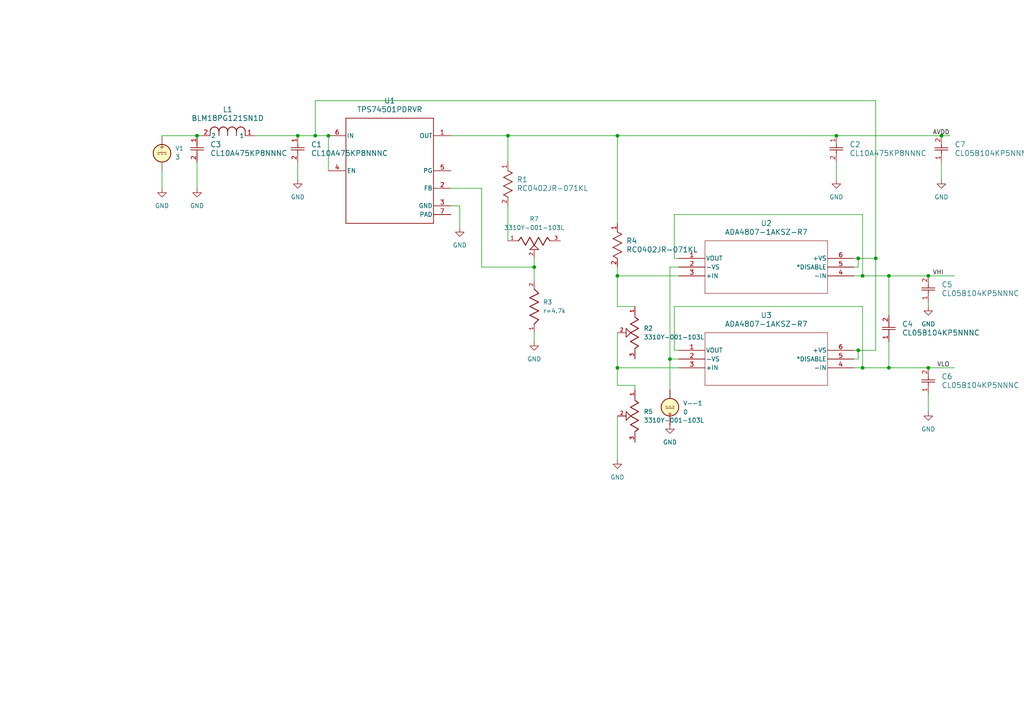
<source format=kicad_sch>
(kicad_sch (version 20231120) (generator "eeschema") (generator_version "8.0")
  (paper "A4")
  (lib_symbols
    (symbol "Cap100nF:CL05B104KP5NNNC" (pin_names (offset 0.254))
      (property "Reference" "C" (at 3.81 3.81 0))
      (property "Value" "CL05B104KP5NNNC" (at 3.81 -3.81 0))
      (symbol "CL05B104KP5NNNC_1_1"
        (polyline (pts (xy 2.54 0) (xy 3.4798 0)) (stroke (width 0.2032)))
        (polyline (pts (xy 3.4798 -1.905) (xy 3.4798 1.905)) (stroke (width 0.2032)))
        (polyline (pts (xy 4.1148 -1.905) (xy 4.1148 1.905)) (stroke (width 0.2032)))
        (polyline (pts (xy 4.1148 0) (xy 5.08 0)) (stroke (width 0.2032)))
        (pin unspecified line (at 0 0 0) (length 2.54) (name "") (number "1"))
        (pin unspecified line (at 7.62 0 180) (length 2.54) (name "") (number "2"))
      )
      (symbol "CL05B104KP5NNNC_1_2"
        (polyline (pts (xy -1.905 -4.1148) (xy 1.905 -4.1148)) (stroke (width 0.2032)))
        (polyline (pts (xy -1.905 -3.4798) (xy 1.905 -3.4798)) (stroke (width 0.2032)))
        (polyline (pts (xy 0 -4.1148) (xy 0 -5.08)) (stroke (width 0.2032)))
        (polyline (pts (xy 0 -2.54) (xy 0 -3.4798)) (stroke (width 0.2032)))
        (pin unspecified line (at 0 0 270) (length 2.54) (name "") (number "1"))
        (pin unspecified line (at 0 -7.62 90) (length 2.54) (name "") (number "2"))
      )
    )
    (symbol "Cap4.7uF:CL10A475KP8NNNC" (pin_names (offset 0.254))
      (property "Reference" "C" (at 3.81 3.81 0))
      (property "Value" "CL10A475KP8NNNC" (at 3.81 -3.81 0))
      (symbol "CL10A475KP8NNNC_1_1"
        (polyline (pts (xy 2.54 0) (xy 3.4798 0)) (stroke (width 0.2032)))
        (polyline (pts (xy 3.4798 -1.905) (xy 3.4798 1.905)) (stroke (width 0.2032)))
        (polyline (pts (xy 4.1148 -1.905) (xy 4.1148 1.905)) (stroke (width 0.2032)))
        (polyline (pts (xy 4.1148 0) (xy 5.08 0)) (stroke (width 0.2032)))
        (pin unspecified line (at 0 0 0) (length 2.54) (name "") (number "1"))
        (pin unspecified line (at 7.62 0 180) (length 2.54) (name "") (number "2"))
      )
      (symbol "CL10A475KP8NNNC_1_2"
        (polyline (pts (xy -1.905 -4.1148) (xy 1.905 -4.1148)) (stroke (width 0.2032)))
        (polyline (pts (xy -1.905 -3.4798) (xy 1.905 -3.4798)) (stroke (width 0.2032)))
        (polyline (pts (xy 0 -4.1148) (xy 0 -5.08)) (stroke (width 0.2032)))
        (polyline (pts (xy 0 -2.54) (xy 0 -3.4798)) (stroke (width 0.2032)))
        (pin unspecified line (at 0 0 270) (length 2.54) (name "") (number "1"))
        (pin unspecified line (at 0 -7.62 90) (length 2.54) (name "") (number "2"))
      )
    )
    (symbol "LDO:TPS74501PDRVR" (pin_names (offset 0.254))
      (property "Reference" "U" (at 0 2.54 0))
      (property "Value" "TPS74501PDRVR" (at 0 0 0))
      (symbol "TPS74501PDRVR_0_1"
        (polyline (pts (xy -12.7 -15.24) (xy 12.7 -15.24)) (stroke (width 0.2032)))
        (polyline (pts (xy -12.7 15.24) (xy -12.7 -15.24)) (stroke (width 0.2032)))
        (polyline (pts (xy 12.7 -15.24) (xy 12.7 15.24)) (stroke (width 0.2032)))
        (polyline (pts (xy 12.7 15.24) (xy -12.7 15.24)) (stroke (width 0.2032)))
        (pin power_in line (at 17.78 10.16 180) (length 5.08) (name "OUT") (number "1"))
        (pin input line (at 17.78 -5.08 180) (length 5.08) (name "FB") (number "2"))
        (pin power_in line (at 17.78 -10.16 180) (length 5.08) (name "GND") (number "3"))
        (pin input line (at -17.78 0 0) (length 5.08) (name "EN") (number "4"))
        (pin open_collector line (at 17.78 0 180) (length 5.08) (name "PG") (number "5"))
        (pin power_in line (at -17.78 10.16 0) (length 5.08) (name "IN") (number "6"))
        (pin power_in line (at 17.78 -12.7 180) (length 5.08) (name "PAD") (number "7"))
      )
    )
    (symbol "Opamp:ADA4807-1AKSZ-R7" (pin_names (offset 0.254))
      (property "Reference" "U" (at 25.4 10.16 0))
      (property "Value" "ADA4807-1AKSZ-R7" (at 25.4 7.62 0))
      (symbol "ADA4807-1AKSZ-R7_0_1"
        (polyline (pts (xy 7.62 -10.16) (xy 43.18 -10.16)) (stroke (width 0.127)))
        (polyline (pts (xy 7.62 5.08) (xy 7.62 -10.16)) (stroke (width 0.127)))
        (polyline (pts (xy 43.18 -10.16) (xy 43.18 5.08)) (stroke (width 0.127)))
        (polyline (pts (xy 43.18 5.08) (xy 7.62 5.08)) (stroke (width 0.127)))
        (pin power_in line (at 0 0 0) (length 7.62) (name "VOUT") (number "1"))
        (pin power_in line (at 0 -2.54 0) (length 7.62) (name "-VS") (number "2"))
        (pin input line (at 0 -5.08 0) (length 7.62) (name "+IN") (number "3"))
        (pin input line (at 50.8 -5.08 180) (length 7.62) (name "-IN") (number "4"))
        (pin unspecified line (at 50.8 -2.54 180) (length 7.62) (name "*DISABLE") (number "5"))
        (pin power_in line (at 50.8 0 180) (length 7.62) (name "+VS") (number "6"))
      )
    )
    (symbol "Resistor1k:RC0402JR-071KL" (pin_names (offset 0.254))
      (property "Reference" "R" (at 5.715 3.81 0))
      (property "Value" "RC0402JR-071KL" (at 6.35 -3.81 0))
      (symbol "RC0402JR-071KL_1_1"
        (polyline (pts (xy 2.54 0) (xy 3.175 1.27)) (stroke (width 0.2032)))
        (polyline (pts (xy 3.175 1.27) (xy 4.445 -1.27)) (stroke (width 0.2032)))
        (polyline (pts (xy 4.445 -1.27) (xy 5.715 1.27)) (stroke (width 0.2032)))
        (polyline (pts (xy 5.715 1.27) (xy 6.985 -1.27)) (stroke (width 0.2032)))
        (polyline (pts (xy 6.985 -1.27) (xy 8.255 1.27)) (stroke (width 0.2032)))
        (polyline (pts (xy 8.255 1.27) (xy 9.525 -1.27)) (stroke (width 0.2032)))
        (polyline (pts (xy 9.525 -1.27) (xy 10.16 0)) (stroke (width 0.2032)))
        (pin unspecified line (at 12.7 0 180) (length 2.54) (name "") (number "1"))
        (pin unspecified line (at 0 0 0) (length 2.54) (name "") (number "2"))
      )
      (symbol "RC0402JR-071KL_1_2"
        (polyline (pts (xy -1.27 3.175) (xy 1.27 4.445)) (stroke (width 0.2032)))
        (polyline (pts (xy -1.27 5.715) (xy 1.27 6.985)) (stroke (width 0.2032)))
        (polyline (pts (xy -1.27 8.255) (xy 1.27 9.525)) (stroke (width 0.2032)))
        (polyline (pts (xy 0 2.54) (xy -1.27 3.175)) (stroke (width 0.2032)))
        (polyline (pts (xy 1.27 4.445) (xy -1.27 5.715)) (stroke (width 0.2032)))
        (polyline (pts (xy 1.27 6.985) (xy -1.27 8.255)) (stroke (width 0.2032)))
        (polyline (pts (xy 1.27 9.525) (xy 0 10.16)) (stroke (width 0.2032)))
        (pin unspecified line (at 0 12.7 270) (length 2.54) (name "") (number "1"))
        (pin unspecified line (at 0 0 90) (length 2.54) (name "") (number "2"))
      )
    )
    (symbol "Simulation_SPICE:VDC" (pin_numbers hide) (pin_names (offset 0.0254))
      (property "Reference" "V" (at 2.54 2.54 0))
      (property "Value" "1" (at 2.54 0 0))
      (symbol "VDC_0_0"
        (polyline (pts (xy -1.27 0.254) (xy 1.27 0.254)))
        (polyline (pts (xy -0.762 -0.254) (xy -1.27 -0.254)))
        (polyline (pts (xy 0.254 -0.254) (xy -0.254 -0.254)))
        (polyline (pts (xy 1.27 -0.254) (xy 0.762 -0.254)))
        (text "+" (at 0 1.905 0) (effects (font (size 1.27 1.27))))
      )
      (symbol "VDC_0_1"
        (circle (center 0 0) (radius 2.54) (stroke (width 0.254)) (fill (type background)))
      )
      (symbol "VDC_1_1"
        (pin passive line (at 0 5.08 270) (length 2.54) (name "~") (number "1"))
        (pin passive line (at 0 -5.08 90) (length 2.54) (name "~") (number "2"))
      )
    )
    (symbol "ferriteBeads120Ohm:BLM18PG121SN1D" (pin_names (offset 0.254))
      (property "Reference" "L" (at 6.985 5.08 0))
      (property "Value" "BLM18PG121SN1D" (at 6.985 -2.54 0))
      (symbol "BLM18PG121SN1D_1_1"
        (polyline (pts (xy 2.54 0) (xy 2.54 1.27)) (stroke (width 0.2032)))
        (polyline (pts (xy 5.08 0) (xy 5.08 1.27)) (stroke (width 0.2032)))
        (polyline (pts (xy 7.62 0) (xy 7.62 1.27)) (stroke (width 0.2032)))
        (polyline (pts (xy 10.16 0) (xy 10.16 1.27)) (stroke (width 0.2032)))
        (polyline (pts (xy 12.7 0) (xy 12.7 1.27)) (stroke (width 0.2032)))
        (arc (start 5.08 1.27) (mid 3.81 2.5344) (end 2.54 1.27) (stroke (width 0.254)))
        (arc (start 7.62 1.27) (mid 6.35 2.5344) (end 5.08 1.27) (stroke (width 0.254)))
        (arc (start 10.16 1.27) (mid 8.89 2.5344) (end 7.62 1.27) (stroke (width 0.254)))
        (arc (start 12.7 1.27) (mid 11.43 2.5344) (end 10.16 1.27) (stroke (width 0.254)))
        (pin unspecified line (at 15.24 0 180) (length 2.54) (name "1") (number "1"))
        (pin unspecified line (at 0 0 0) (length 2.54) (name "2") (number "2"))
      )
      (symbol "BLM18PG121SN1D_1_2"
        (arc (start -1.27 5.08) (mid -2.5344 3.81) (end -1.27 2.54) (stroke (width 0.254)))
        (arc (start -1.27 7.62) (mid -2.5344 6.35) (end -1.27 5.08) (stroke (width 0.254)))
        (arc (start -1.27 10.16) (mid -2.5344 8.89) (end -1.27 7.62) (stroke (width 0.254)))
        (arc (start -1.27 12.7) (mid -2.5344 11.43) (end -1.27 10.16) (stroke (width 0.254)))
        (polyline (pts (xy 0 2.54) (xy -1.27 2.54)) (stroke (width 0.2032)))
        (polyline (pts (xy 0 5.08) (xy -1.27 5.08)) (stroke (width 0.2032)))
        (polyline (pts (xy 0 7.62) (xy -1.27 7.62)) (stroke (width 0.2032)))
        (polyline (pts (xy 0 10.16) (xy -1.27 10.16)) (stroke (width 0.2032)))
        (polyline (pts (xy 0 12.7) (xy -1.27 12.7)) (stroke (width 0.2032)))
        (pin unspecified line (at 0 15.24 270) (length 2.54) (name "1") (number "1"))
        (pin unspecified line (at 0 0 90) (length 2.54) (name "2") (number "2"))
      )
    )
    (symbol "potentiometer:3310Y-001-103L" (pin_names (offset 1.016))
      (property "Reference" "R" (at -5.0895 5.0895 0))
      (property "Value" "3310Y-001-103L" (at -5.0814 2.5407 0))
      (symbol "3310Y-001-103L_0_0"
        (polyline (pts (xy -5.08 0) (xy -4.572 0)) (stroke (width 0.1524)))
        (polyline (pts (xy -4.572 0) (xy -3.81 1.016)) (stroke (width 0.254)))
        (polyline (pts (xy -3.81 1.016) (xy -2.54 -1.27)) (stroke (width 0.254)))
        (polyline (pts (xy -2.54 -1.27) (xy -1.27 1.016)) (stroke (width 0.254)))
        (polyline (pts (xy -1.27 -2.54) (xy 0 -1.27)) (stroke (width 0.2032)))
        (polyline (pts (xy -1.27 1.016) (xy 0 -1.27)) (stroke (width 0.254)))
        (polyline (pts (xy 0 -1.27) (xy 1.27 -2.54)) (stroke (width 0.2032)))
        (polyline (pts (xy 0 -1.27) (xy 1.27 1.016)) (stroke (width 0.254)))
        (polyline (pts (xy 1.27 -2.54) (xy -1.27 -2.54)) (stroke (width 0.2032)))
        (polyline (pts (xy 1.27 1.016) (xy 2.54 -1.27)) (stroke (width 0.254)))
        (polyline (pts (xy 2.54 -1.27) (xy 3.81 1.016)) (stroke (width 0.254)))
        (polyline (pts (xy 3.81 1.016) (xy 4.572 0)) (stroke (width 0.254)))
        (polyline (pts (xy 4.572 0) (xy 5.08 0)) (stroke (width 0.1524)))
        (pin passive line (at -7.62 0 0) (length 2.54) (name "~") (number "1"))
        (pin passive line (at 0 -5.08 90) (length 2.54) (name "~") (number "2"))
        (pin passive line (at 7.62 0 180) (length 2.54) (name "~") (number "3"))
      )
    )
    (symbol "power:GND" (power) (pin_numbers hide) (pin_names (offset 0) hide)
      (property "Value" "GND" (at 0 -3.81 0))
      (symbol "GND_0_1"
        (polyline (pts (xy 0 0) (xy 0 -1.27) (xy 1.27 -1.27) (xy 0 -2.54) (xy -1.27 -1.27) (xy 0 -1.27)))
      )
      (symbol "GND_1_1"
        (pin power_in line (at 0 0 270) (length 0) (name "~") (number "1"))
      )
    )
    (symbol "resistor4.7k:RC0402FR-074K7L" (pin_names (offset 1.016))
      (property "Reference" "R" (at -4.447 2.0075 0))
      (property "Value" "RC0402FR-074K7L" (at -4.4467 -3.5574 0))
      (symbol "RC0402FR-074K7L_0_0"
        (polyline (pts (xy -5.08 0) (xy -3.81 -1.27)) (stroke (width 0.254)))
        (polyline (pts (xy -3.81 -1.27) (xy -2.54 1.27)) (stroke (width 0.254)))
        (polyline (pts (xy -2.54 1.27) (xy -1.27 -1.27)) (stroke (width 0.254)))
        (polyline (pts (xy -1.27 -1.27) (xy 0 1.27)) (stroke (width 0.254)))
        (polyline (pts (xy 0 1.27) (xy 1.27 -1.27)) (stroke (width 0.254)))
        (polyline (pts (xy 1.27 -1.27) (xy 2.54 1.27)) (stroke (width 0.254)))
        (polyline (pts (xy 2.54 1.27) (xy 3.81 -1.27)) (stroke (width 0.254)))
        (polyline (pts (xy 3.81 -1.27) (xy 5.08 0)) (stroke (width 0.254)))
        (pin passive line (at -7.62 0 0) (length 2.54) (name "~") (number "1"))
        (pin passive line (at 7.62 0 180) (length 2.54) (name "~") (number "2"))
      )
    )
  )
  (junction (at 242.57 39.37))
  (junction (at 269.24 106.68))
  (junction (at 257.81 106.68))
  (junction (at 248.92 101.6))
  (junction (at 179.07 80.01))
  (junction (at 91.44 39.37))
  (junction (at 86.36 39.37))
  (junction (at 179.07 39.37))
  (junction (at 250.19 80.01))
  (junction (at 57.15 39.37))
  (junction (at 95.25 39.37))
  (junction (at 269.24 80.01))
  (junction (at 250.19 106.68))
  (junction (at 147.32 39.37))
  (junction (at 273.05 39.37))
  (junction (at 248.92 74.93))
  (junction (at 257.81 80.01))
  (junction (at 154.94 77.47))
  (junction (at 254 74.93))
  (junction (at 194.31 104.14))
  (junction (at 179.07 106.68))
  (wire (pts (xy 147.32 59.69) (xy 147.32 69.85)))
  (wire (pts (xy 194.31 104.14) (xy 196.85 104.14)))
  (wire (pts (xy 248.92 101.6) (xy 248.92 104.14)))
  (wire (pts (xy 179.07 96.52) (xy 179.07 106.68)))
  (wire (pts (xy 250.19 106.68) (xy 257.81 106.68)))
  (wire (pts (xy 247.65 74.93) (xy 248.92 74.93)))
  (wire (pts (xy 154.94 77.47) (xy 139.7 77.47)))
  (wire (pts (xy 179.07 39.37) (xy 242.57 39.37)))
  (wire (pts (xy 257.81 80.01) (xy 269.24 80.01)))
  (wire (pts (xy 179.07 88.9) (xy 184.15 88.9)))
  (wire (pts (xy 147.32 39.37) (xy 179.07 39.37)))
  (wire (pts (xy 250.19 62.23) (xy 195.58 62.23)))
  (wire (pts (xy 130.81 39.37) (xy 147.32 39.37)))
  (wire (pts (xy 248.92 101.6) (xy 254 101.6)))
  (wire (pts (xy 86.36 52.07) (xy 86.36 46.99)))
  (wire (pts (xy 250.19 80.01) (xy 250.19 62.23)))
  (wire (pts (xy 194.31 77.47) (xy 196.85 77.47)))
  (wire (pts (xy 247.65 104.14) (xy 248.92 104.14)))
  (wire (pts (xy 179.07 39.37) (xy 179.07 64.77)))
  (wire (pts (xy 254 29.21) (xy 254 74.93)))
  (wire (pts (xy 273.05 46.99) (xy 273.05 52.07)))
  (wire (pts (xy 269.24 114.3) (xy 269.24 119.38)))
  (wire (pts (xy 250.19 106.68) (xy 250.19 88.9)))
  (wire (pts (xy 154.94 74.93) (xy 154.94 77.47)))
  (wire (pts (xy 254 74.93) (xy 254 101.6)))
  (wire (pts (xy 248.92 74.93) (xy 248.92 77.47)))
  (wire (pts (xy 154.94 96.52) (xy 154.94 99.06)))
  (wire (pts (xy 250.19 80.01) (xy 257.81 80.01)))
  (wire (pts (xy 91.44 29.21) (xy 254 29.21)))
  (wire (pts (xy 248.92 74.93) (xy 254 74.93)))
  (wire (pts (xy 257.81 80.01) (xy 257.81 91.44)))
  (wire (pts (xy 257.81 99.06) (xy 257.81 106.68)))
  (wire (pts (xy 147.32 39.37) (xy 147.32 46.99)))
  (wire (pts (xy 179.07 77.47) (xy 179.07 80.01)))
  (wire (pts (xy 247.65 77.47) (xy 248.92 77.47)))
  (wire (pts (xy 194.31 104.14) (xy 194.31 113.03)))
  (wire (pts (xy 57.15 39.37) (xy 58.42 39.37)))
  (wire (pts (xy 179.07 120.65) (xy 179.07 133.35)))
  (wire (pts (xy 86.36 39.37) (xy 91.44 39.37)))
  (wire (pts (xy 195.58 62.23) (xy 195.58 74.93)))
  (wire (pts (xy 91.44 39.37) (xy 95.25 39.37)))
  (wire (pts (xy 257.81 106.68) (xy 269.24 106.68)))
  (wire (pts (xy 179.07 80.01) (xy 179.07 88.9)))
  (wire (pts (xy 269.24 106.68) (xy 276.86 106.68)))
  (wire (pts (xy 247.65 106.68) (xy 250.19 106.68)))
  (wire (pts (xy 91.44 39.37) (xy 91.44 29.21)))
  (wire (pts (xy 195.58 88.9) (xy 195.58 101.6)))
  (wire (pts (xy 195.58 101.6) (xy 196.85 101.6)))
  (wire (pts (xy 194.31 77.47) (xy 194.31 104.14)))
  (wire (pts (xy 195.58 74.93) (xy 196.85 74.93)))
  (wire (pts (xy 179.07 80.01) (xy 196.85 80.01)))
  (wire (pts (xy 139.7 77.47) (xy 139.7 54.61)))
  (wire (pts (xy 133.35 59.69) (xy 133.35 66.04)))
  (wire (pts (xy 269.24 87.63) (xy 269.24 88.9)))
  (wire (pts (xy 242.57 39.37) (xy 273.05 39.37)))
  (wire (pts (xy 247.65 80.01) (xy 250.19 80.01)))
  (wire (pts (xy 46.99 39.37) (xy 57.15 39.37)))
  (wire (pts (xy 130.81 59.69) (xy 133.35 59.69)))
  (wire (pts (xy 250.19 88.9) (xy 195.58 88.9)))
  (wire (pts (xy 46.99 49.53) (xy 46.99 54.61)))
  (wire (pts (xy 95.25 39.37) (xy 95.25 49.53)))
  (wire (pts (xy 179.07 106.68) (xy 196.85 106.68)))
  (wire (pts (xy 184.15 111.76) (xy 184.15 113.03)))
  (wire (pts (xy 154.94 77.47) (xy 154.94 81.28)))
  (wire (pts (xy 269.24 80.01) (xy 276.86 80.01)))
  (wire (pts (xy 273.05 39.37) (xy 275.59 39.37)))
  (wire (pts (xy 247.65 101.6) (xy 248.92 101.6)))
  (wire (pts (xy 139.7 54.61) (xy 130.81 54.61)))
  (wire (pts (xy 57.15 46.99) (xy 57.15 54.61)))
  (wire (pts (xy 242.57 46.99) (xy 242.57 52.07)))
  (wire (pts (xy 73.66 39.37) (xy 86.36 39.37)))
  (wire (pts (xy 179.07 106.68) (xy 179.07 111.76)))
  (wire (pts (xy 179.07 111.76) (xy 184.15 111.76)))
  (label "VLO" (at 271.78 106.68 0))
  (label "VHI" (at 270.51 80.01 0))
  (label "AVDD" (at 270.51 39.37 0))
  (symbol (lib_id "Resistor1k:RC0402JR-071KL") (at 147.32 59.69 90) (unit 1)
    (property "Reference" "R1" (at 149.86 52.0699 90) (effects (font (size 1.524 1.524)) (justify right)))
    (property "Value" "RC0402JR-071KL" (at 149.86 54.6099 90) (effects (font (size 1.524 1.524)) (justify right)))
    (property "Footprint" "RC0402N_YAG" (effects (hide yes)))
    (property "Datasheet" "RC0402JR-071KL" (effects (hide yes)))
    (property "Sim.Device" "R" (effects (hide yes)))
    (property "Sim.Pins" "1=+ 2=-" (effects (hide yes)))
    (property "Sim.Params" "r=1k" (effects (hide yes)))
    (property "Sim.Type" "=" (effects (hide yes)))
  )
  (symbol (lib_id "power:GND") (at 46.99 54.61 0) (unit 1)
    (property "Reference" "#PWR0103" (effects (hide yes)))
    (property "Value" "GND" (at 46.99 59.69 0))
    (property "Description" "Power symbol creates a global label with name \"GND\" , ground" (effects (hide yes)))
  )
  (symbol (lib_id "potentiometer:3310Y-001-103L") (at 184.15 96.52 270) (unit 1)
    (property "Reference" "R2" (at 186.69 95.2499 90) (effects (justify left)))
    (property "Value" "3310Y-001-103L" (at 186.69 97.7899 90) (effects (justify left)))
    (property "Footprint" "3310Y-001-103L:TRIM_3310Y-001-103L" (effects (hide yes)))
    (property "STANDARD" "IPC 7351B" (effects (hide yes)))
    (property "MANUFACTURER" "BOURNS" (effects (hide yes)))
    (property "Sim.Device" "R" (effects (hide yes)))
    (property "Sim.Type" "POT" (effects (hide yes)))
    (property "Sim.Pins" "1=r0 2=wiper 3=r1" (effects (hide yes)))
    (property "Sim.Params" "r=5k" (effects (hide yes)))
  )
  (symbol (lib_id "potentiometer:3310Y-001-103L") (at 154.94 69.85 0) (unit 1)
    (property "Reference" "R7" (at 154.94 63.5 0))
    (property "Value" "3310Y-001-103L" (at 154.94 66.04 0))
    (property "Footprint" "3310Y-001-103L:TRIM_3310Y-001-103L" (effects (hide yes)))
    (property "STANDARD" "IPC 7351B" (effects (hide yes)))
    (property "MANUFACTURER" "BOURNS" (effects (hide yes)))
    (property "Sim.Device" "R" (effects (hide yes)))
    (property "Sim.Type" "POT" (effects (hide yes)))
    (property "Sim.Pins" "1=r0 2=wiper 3=r1" (effects (hide yes)))
    (property "Sim.Params" "r=5k" (effects (hide yes)))
  )
  (symbol (lib_id "Cap4.7uF:CL10A475KP8NNNC") (at 86.36 39.37 270) (unit 1)
    (property "Reference" "C1" (at 90.17 41.9099 90) (effects (font (size 1.524 1.524)) (justify left)))
    (property "Value" "CL10A475KP8NNNC" (at 90.17 44.4499 90) (effects (font (size 1.524 1.524)) (justify left)))
    (property "Footprint" "CAP_0603_CL10A_1P6XP8_SAM" (effects (hide yes)))
    (property "Datasheet" "CL10A475KP8NNNC" (effects (hide yes)))
    (property "Sim.Library" "/home/maxwell/github-repos/sp-24-EE628/6_Test/2_PCB/test_board_1/TestBoardEDA/models/CL10A475KP8NNN_Precise_DC0V_25degC_P.lib" (effects (hide yes)))
    (property "Sim.Name" "CL10A475KP8NNN_Precise_DC0V_25degC" (effects (hide yes)))
    (property "Sim.Device" "SUBCKT" (effects (hide yes)))
    (property "Sim.Pins" "1=1 2=2" (effects (hide yes)))
  )
  (symbol (lib_id "Cap100nF:CL05B104KP5NNNC") (at 257.81 99.06 90) (unit 1)
    (property "Reference" "C4" (at 261.62 93.9799 90) (effects (font (size 1.524 1.524)) (justify right)))
    (property "Value" "CL05B104KP5NNNC" (at 261.62 96.5199 90) (effects (font (size 1.524 1.524)) (justify right)))
    (property "Footprint" "CAP_CL05_SAM" (effects (hide yes)))
    (property "Datasheet" "CL05B104KP5NNNC" (effects (hide yes)))
    (property "Sim.Device" "C" (effects (hide yes)))
    (property "Sim.Pins" "1=+ 2=-" (effects (hide yes)))
    (property "Sim.Params" "c=100n" (effects (hide yes)))
    (property "Sim.Type" "=" (effects (hide yes)))
  )
  (symbol (lib_id "Cap4.7uF:CL10A475KP8NNNC") (at 57.15 39.37 270) (unit 1)
    (property "Reference" "C3" (at 60.96 41.9099 90) (effects (font (size 1.524 1.524)) (justify left)))
    (property "Value" "CL10A475KP8NNNC" (at 60.96 44.4499 90) (effects (font (size 1.524 1.524)) (justify left)))
    (property "Footprint" "CAP_0603_CL10A_1P6XP8_SAM" (effects (hide yes)))
    (property "Datasheet" "CL10A475KP8NNNC" (effects (hide yes)))
    (property "Sim.Library" "/home/maxwell/github-repos/sp-24-EE628/6_Test/2_PCB/test_board_1/TestBoardEDA/models/CL10A475KP8NNN_Precise_DC0V_25degC_P.lib" (effects (hide yes)))
    (property "Sim.Name" "CL10A475KP8NNN_Precise_DC0V_25degC" (effects (hide yes)))
    (property "Sim.Device" "SUBCKT" (effects (hide yes)))
    (property "Sim.Pins" "1=1 2=2" (effects (hide yes)))
  )
  (symbol (lib_id "resistor4.7k:RC0402FR-074K7L") (at 154.94 88.9 90) (unit 1)
    (property "Reference" "R3" (at 157.48 87.6299 90) (effects (justify right)))
    (property "Value" "${SIM.PARAMS}" (at 157.48 90.1699 90) (effects (justify right)))
    (property "Footprint" "RC0402FR-074K7L:RESC1005X40" (effects (hide yes)))
    (property "DigiKey_Part_Number" "311-4.7KLRTR-ND" (effects (hide yes)))
    (property "SnapEDA_Link" "https://www.snapeda.com/parts/RC0402FR-074K7L/Yageo/view-part/?ref=snap" (effects (hide yes)))
    (property "Description_1" "\n4.7 kOhms ±1% 0.063W, 1/16W Chip Resistor 0402 (1005 Metric) Moisture Resistant Thick Film\n" (effects (hide yes)))
    (property "Package" "1005 Panasonic Electronic Components" (effects (hide yes)))
    (property "Check_prices" "https://www.snapeda.com/parts/RC0402FR-074K7L/Yageo/view-part/?ref=eda" (effects (hide yes)))
    (property "MF" "Yageo" (effects (hide yes)))
    (property "MP" "RC0402FR-074K7L" (effects (hide yes)))
    (property "MANUFACTURER" "YAGEO" (effects (hide yes)))
    (property "Sim.Device" "R" (effects (hide yes)))
    (property "Sim.Type" "=" (effects (hide yes)))
    (property "Sim.Params" "r=4.7k" (effects (hide yes)))
    (property "Sim.Pins" "1=+ 2=-" (effects (hide yes)))
  )
  (symbol (lib_id "power:GND") (at 179.07 133.35 0) (unit 1)
    (property "Reference" "#PWR0106" (effects (hide yes)))
    (property "Value" "GND" (at 179.07 138.43 0))
    (property "Description" "Power symbol creates a global label with name \"GND\" , ground" (effects (hide yes)))
  )
  (symbol (lib_id "power:GND") (at 269.24 119.38 0) (unit 1)
    (property "Reference" "#PWR04" (effects (hide yes)))
    (property "Value" "GND" (at 269.24 124.46 0))
    (property "Description" "Power symbol creates a global label with name \"GND\" , ground" (effects (hide yes)))
  )
  (symbol (lib_id "power:GND") (at 242.57 52.07 0) (unit 1)
    (property "Reference" "#PWR0104" (effects (hide yes)))
    (property "Value" "GND" (at 242.57 57.15 0))
    (property "Description" "Power symbol creates a global label with name \"GND\" , ground" (effects (hide yes)))
  )
  (symbol (lib_id "Cap100nF:CL05B104KP5NNNC") (at 269.24 87.63 90) (unit 1)
    (property "Reference" "C5" (at 273.05 82.5499 90) (effects (font (size 1.524 1.524)) (justify right)))
    (property "Value" "CL05B104KP5NNNC" (at 273.05 85.0899 90) (effects (font (size 1.524 1.524)) (justify right)))
    (property "Footprint" "CAP_CL05_SAM" (effects (hide yes)))
    (property "Datasheet" "CL05B104KP5NNNC" (effects (hide yes)))
    (property "Sim.Device" "C" (effects (hide yes)))
    (property "Sim.Pins" "1=+ 2=-" (effects (hide yes)))
    (property "Sim.Params" "c=100n" (effects (hide yes)))
    (property "Sim.Type" "=" (effects (hide yes)))
  )
  (symbol (lib_id "power:GND") (at 133.35 66.04 0) (unit 1)
    (property "Reference" "#PWR0102" (effects (hide yes)))
    (property "Value" "GND" (at 133.35 71.12 0))
    (property "Description" "Power symbol creates a global label with name \"GND\" , ground" (effects (hide yes)))
  )
  (symbol (lib_id "Opamp:ADA4807-1AKSZ-R7") (at 196.85 101.6 0) (unit 1)
    (property "Reference" "U3" (at 222.25 91.44 0) (effects (font (size 1.524 1.524))))
    (property "Value" "ADA4807-1AKSZ-R7" (at 222.25 93.98 0) (effects (font (size 1.524 1.524))))
    (property "Footprint" "KS-6_ADI" (effects (hide yes)))
    (property "Datasheet" "ADA4807-1AKSZ-R7" (effects (hide yes)))
    (property "Sim.Library" "/home/maxwell/github-repos/sp-24-EE628/6_Test/2_PCB/test_board_1/TestBoardEDA/models/ADA4807.cir" (effects (hide yes)))
    (property "Sim.Name" "ADA4807" (effects (hide yes)))
    (property "Sim.Device" "SUBCKT" (effects (hide yes)))
    (property "Sim.Pins" "1=104 2=103 3=100 4=101 5=106 6=102" (effects (hide yes)))
  )
  (symbol (lib_id "Resistor1k:RC0402JR-071KL") (at 179.07 77.47 90) (unit 1)
    (property "Reference" "R4" (at 181.61 69.8499 90) (effects (font (size 1.524 1.524)) (justify right)))
    (property "Value" "RC0402JR-071KL" (at 181.61 72.3899 90) (effects (font (size 1.524 1.524)) (justify right)))
    (property "Footprint" "RC0402N_YAG" (effects (hide yes)))
    (property "Datasheet" "RC0402JR-071KL" (effects (hide yes)))
    (property "Sim.Device" "R" (effects (hide yes)))
    (property "Sim.Pins" "1=+ 2=-" (effects (hide yes)))
    (property "Sim.Params" "r=1k" (effects (hide yes)))
    (property "Sim.Type" "=" (effects (hide yes)))
  )
  (symbol (lib_id "LDO:TPS74501PDRVR") (at 113.03 49.53 0) (unit 1)
    (property "Reference" "U1" (at 113.03 29.21 0) (effects (font (size 1.524 1.524))))
    (property "Value" "TPS74501PDRVR" (at 113.03 31.75 0) (effects (font (size 1.524 1.524))))
    (property "Footprint" "DRV0006A" (effects (hide yes)))
    (property "Datasheet" "TPS74501PDRVR" (effects (hide yes)))
    (property "Sim.Library" "/home/maxwell/github-repos/sp-24-EE628/6_Test/2_PCB/test_board_1/TestBoardEDA/models/TPS74501P_TRANS.lib" (effects (hide yes)))
    (property "Sim.Name" "TPS74501P_TRANS" (effects (hide yes)))
    (property "Sim.Device" "SUBCKT" (effects (hide yes)))
    (property "Sim.Pins" "1=VOUT 2=FB 3=GND 4=EN 5=PG 6=VIN" (effects (hide yes)))
  )
  (symbol (lib_id "potentiometer:3310Y-001-103L") (at 184.15 120.65 270) (unit 1)
    (property "Reference" "R5" (at 186.69 119.3799 90) (effects (justify left)))
    (property "Value" "3310Y-001-103L" (at 186.69 121.9199 90) (effects (justify left)))
    (property "Footprint" "3310Y-001-103L:TRIM_3310Y-001-103L" (effects (hide yes)))
    (property "STANDARD" "IPC 7351B" (effects (hide yes)))
    (property "MANUFACTURER" "BOURNS" (effects (hide yes)))
    (property "Sim.Device" "R" (effects (hide yes)))
    (property "Sim.Type" "POT" (effects (hide yes)))
    (property "Sim.Pins" "1=r0 2=wiper 3=r1" (effects (hide yes)))
    (property "Sim.Params" "r=5k" (effects (hide yes)))
  )
  (symbol (lib_id "power:GND") (at 86.36 52.07 0) (unit 1)
    (property "Reference" "#PWR0101" (effects (hide yes)))
    (property "Value" "GND" (at 86.36 57.15 0))
    (property "Description" "Power symbol creates a global label with name \"GND\" , ground" (effects (hide yes)))
  )
  (symbol (lib_id "Simulation_SPICE:VDC") (at 194.31 118.11 180) (unit 1)
    (property "Reference" "V--1" (at 198.12 116.9697 0) (effects (justify right)))
    (property "Value" "0" (at 198.12 119.5097 0) (effects (justify right)))
    (property "Datasheet" "https://ngspice.sourceforge.io/docs/ngspice-html-manual/manual.xhtml#sec_Independent_Sources_for" (effects (hide yes)))
    (property "Description" "Voltage source, DC" (effects (hide yes)))
    (property "Sim.Pins" "1=+ 2=-" (effects (hide yes)))
    (property "Sim.Type" "DC" (effects (hide yes)))
    (property "Sim.Device" "V" (effects (hide yes)))
  )
  (symbol (lib_id "Opamp:ADA4807-1AKSZ-R7") (at 196.85 74.93 0) (unit 1)
    (property "Reference" "U2" (at 222.25 64.77 0) (effects (font (size 1.524 1.524))))
    (property "Value" "ADA4807-1AKSZ-R7" (at 222.25 67.31 0) (effects (font (size 1.524 1.524))))
    (property "Footprint" "KS-6_ADI" (effects (hide yes)))
    (property "Datasheet" "ADA4807-1AKSZ-R7" (effects (hide yes)))
    (property "Sim.Library" "/home/maxwell/github-repos/sp-24-EE628/6_Test/2_PCB/test_board_1/TestBoardEDA/models/ADA4807.cir" (effects (hide yes)))
    (property "Sim.Name" "ADA4807" (effects (hide yes)))
    (property "Sim.Device" "SUBCKT" (effects (hide yes)))
    (property "Sim.Pins" "1=104 2=103 3=100 4=101 5=106 6=102" (effects (hide yes)))
  )
  (symbol (lib_id "Cap4.7uF:CL10A475KP8NNNC") (at 242.57 39.37 270) (unit 1)
    (property "Reference" "C2" (at 246.38 41.9099 90) (effects (font (size 1.524 1.524)) (justify left)))
    (property "Value" "CL10A475KP8NNNC" (at 246.38 44.4499 90) (effects (font (size 1.524 1.524)) (justify left)))
    (property "Footprint" "CAP_0603_CL10A_1P6XP8_SAM" (effects (hide yes)))
    (property "Datasheet" "CL10A475KP8NNNC" (effects (hide yes)))
    (property "Sim.Library" "/home/maxwell/github-repos/sp-24-EE628/6_Test/2_PCB/test_board_1/TestBoardEDA/models/CL10A475KP8NNN_Precise_DC0V_25degC_P.lib" (effects (hide yes)))
    (property "Sim.Name" "CL10A475KP8NNN_Precise_DC0V_25degC" (effects (hide yes)))
    (property "Sim.Device" "SUBCKT" (effects (hide yes)))
    (property "Sim.Pins" "1=1 2=2" (effects (hide yes)))
  )
  (symbol (lib_id "power:GND") (at 154.94 99.06 0) (unit 1)
    (property "Reference" "#PWR0105" (effects (hide yes)))
    (property "Value" "GND" (at 154.94 104.14 0))
    (property "Description" "Power symbol creates a global label with name \"GND\" , ground" (effects (hide yes)))
  )
  (symbol (lib_id "power:GND") (at 57.15 54.61 0) (unit 1)
    (property "Reference" "#PWR01" (effects (hide yes)))
    (property "Value" "GND" (at 57.15 59.69 0))
    (property "Description" "Power symbol creates a global label with name \"GND\" , ground" (effects (hide yes)))
  )
  (symbol (lib_id "power:GND") (at 273.05 52.07 0) (unit 1)
    (property "Reference" "#PWR02" (effects (hide yes)))
    (property "Value" "GND" (at 273.05 57.15 0))
    (property "Description" "Power symbol creates a global label with name \"GND\" , ground" (effects (hide yes)))
  )
  (symbol (lib_id "power:GND") (at 194.31 123.19 0) (unit 1)
    (property "Reference" "#PWR0107" (effects (hide yes)))
    (property "Value" "GND" (at 194.31 128.27 0))
    (property "Description" "Power symbol creates a global label with name \"GND\" , ground" (effects (hide yes)))
  )
  (symbol (lib_id "Cap100nF:CL05B104KP5NNNC") (at 269.24 114.3 90) (unit 1)
    (property "Reference" "C6" (at 273.05 109.2199 90) (effects (font (size 1.524 1.524)) (justify right)))
    (property "Value" "CL05B104KP5NNNC" (at 273.05 111.7599 90) (effects (font (size 1.524 1.524)) (justify right)))
    (property "Footprint" "CAP_CL05_SAM" (effects (hide yes)))
    (property "Datasheet" "CL05B104KP5NNNC" (effects (hide yes)))
    (property "Sim.Device" "C" (effects (hide yes)))
    (property "Sim.Pins" "1=+ 2=-" (effects (hide yes)))
    (property "Sim.Params" "c=100n" (effects (hide yes)))
    (property "Sim.Type" "=" (effects (hide yes)))
  )
  (symbol (lib_id "Simulation_SPICE:VDC") (at 46.99 44.45 0) (unit 1)
    (property "Reference" "V1" (at 50.8 43.0501 0) (effects (justify left)))
    (property "Value" "3" (at 50.8 45.5901 0) (effects (justify left)))
    (property "Datasheet" "https://ngspice.sourceforge.io/docs/ngspice-html-manual/manual.xhtml#sec_Independent_Sources_for" (effects (hide yes)))
    (property "Description" "Voltage source, DC" (effects (hide yes)))
    (property "Sim.Pins" "1=+ 2=-" (effects (hide yes)))
    (property "Sim.Type" "DC" (effects (hide yes)))
    (property "Sim.Device" "V" (effects (hide yes)))
  )
  (symbol (lib_id "power:GND") (at 269.24 88.9 0) (unit 1)
    (property "Reference" "#PWR03" (effects (hide yes)))
    (property "Value" "GND" (at 269.24 93.98 0))
    (property "Description" "Power symbol creates a global label with name \"GND\" , ground" (effects (hide yes)))
  )
  (symbol (lib_id "ferriteBeads120Ohm:BLM18PG121SN1D") (at 58.42 39.37 0) (unit 1)
    (property "Reference" "L1" (at 66.04 31.75 0) (effects (font (size 1.524 1.524))))
    (property "Value" "BLM18PG121SN1D" (at 66.04 34.29 0) (effects (font (size 1.524 1.524))))
    (property "Footprint" "IND_BLM18_0603_MUR" (effects (hide yes)))
    (property "Datasheet" "BLM18PG121SN1D" (effects (hide yes)))
    (property "Sim.Library" "/home/maxwell/github-repos/sp-24-EE628/6_Test/2_PCB/test_board_1/TestBoardEDA/models/BLM18PG121SN1.mod" (effects (hide yes)))
    (property "Sim.Name" "BLM18PG121SN1" (effects (hide yes)))
    (property "Sim.Device" "SUBCKT" (effects (hide yes)))
    (property "Sim.Pins" "1=port1 2=port2" (effects (hide yes)))
  )
  (symbol (lib_id "Cap100nF:CL05B104KP5NNNC") (at 273.05 46.99 90) (unit 1)
    (property "Reference" "C7" (at 276.86 41.9099 90) (effects (font (size 1.524 1.524)) (justify right)))
    (property "Value" "CL05B104KP5NNNC" (at 276.86 44.4499 90) (effects (font (size 1.524 1.524)) (justify right)))
    (property "Footprint" "CAP_CL05_SAM" (effects (hide yes)))
    (property "Datasheet" "CL05B104KP5NNNC" (effects (hide yes)))
    (property "Sim.Device" "C" (effects (hide yes)))
    (property "Sim.Pins" "1=+ 2=-" (effects (hide yes)))
    (property "Sim.Params" "c=100n" (effects (hide yes)))
    (property "Sim.Type" "=" (effects (hide yes)))
  )
)
</source>
